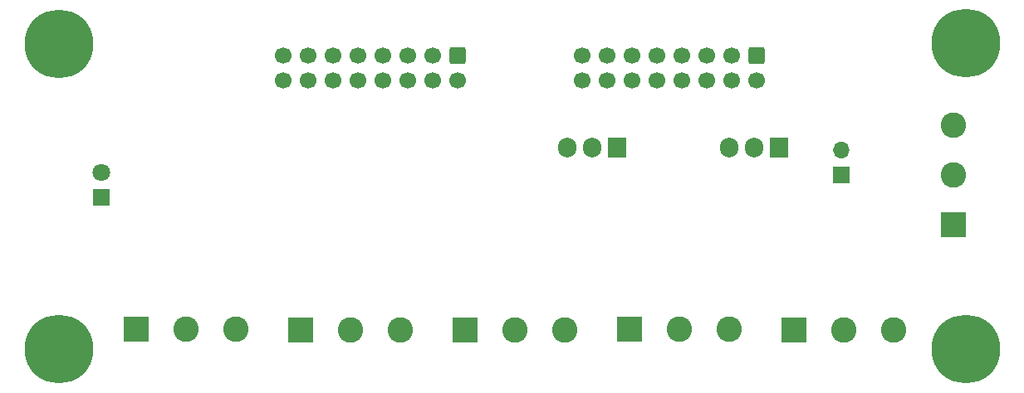
<source format=gbr>
%TF.GenerationSoftware,KiCad,Pcbnew,(6.0.0-0)*%
%TF.CreationDate,2022-12-13T21:11:07-05:00*%
%TF.ProjectId,power-module,706f7765-722d-46d6-9f64-756c652e6b69,rev?*%
%TF.SameCoordinates,Original*%
%TF.FileFunction,Soldermask,Bot*%
%TF.FilePolarity,Negative*%
%FSLAX46Y46*%
G04 Gerber Fmt 4.6, Leading zero omitted, Abs format (unit mm)*
G04 Created by KiCad (PCBNEW (6.0.0-0)) date 2022-12-13 21:11:07*
%MOMM*%
%LPD*%
G01*
G04 APERTURE LIST*
G04 Aperture macros list*
%AMRoundRect*
0 Rectangle with rounded corners*
0 $1 Rounding radius*
0 $2 $3 $4 $5 $6 $7 $8 $9 X,Y pos of 4 corners*
0 Add a 4 corners polygon primitive as box body*
4,1,4,$2,$3,$4,$5,$6,$7,$8,$9,$2,$3,0*
0 Add four circle primitives for the rounded corners*
1,1,$1+$1,$2,$3*
1,1,$1+$1,$4,$5*
1,1,$1+$1,$6,$7*
1,1,$1+$1,$8,$9*
0 Add four rect primitives between the rounded corners*
20,1,$1+$1,$2,$3,$4,$5,0*
20,1,$1+$1,$4,$5,$6,$7,0*
20,1,$1+$1,$6,$7,$8,$9,0*
20,1,$1+$1,$8,$9,$2,$3,0*%
G04 Aperture macros list end*
%ADD10C,1.700000*%
%ADD11RoundRect,0.250000X-0.600000X0.600000X-0.600000X-0.600000X0.600000X-0.600000X0.600000X0.600000X0*%
%ADD12C,0.800000*%
%ADD13C,7.000000*%
%ADD14R,2.600000X2.600000*%
%ADD15C,2.600000*%
%ADD16R,1.800000X1.800000*%
%ADD17C,1.800000*%
%ADD18O,1.905000X2.000000*%
%ADD19R,1.905000X2.000000*%
%ADD20R,1.700000X1.700000*%
%ADD21O,1.700000X1.700000*%
G04 APERTURE END LIST*
D10*
%TO.C,J8*%
X79756000Y-69596000D03*
X82296000Y-69596000D03*
X84836000Y-69596000D03*
X87376000Y-69596000D03*
X89916000Y-69596000D03*
X92456000Y-69596000D03*
X94996000Y-69596000D03*
X97536000Y-69596000D03*
X79756000Y-67056000D03*
X82296000Y-67056000D03*
X84836000Y-67056000D03*
X87376000Y-67056000D03*
X89916000Y-67056000D03*
X92456000Y-67056000D03*
X94996000Y-67056000D03*
D11*
X97536000Y-67056000D03*
%TD*%
D12*
%TO.C,REF\u002A\u002A*%
X149352000Y-63161000D03*
X149352000Y-68411000D03*
X146727000Y-65786000D03*
X147495845Y-67642155D03*
X147495845Y-63929845D03*
X151977000Y-65786000D03*
X151208155Y-67642155D03*
X151208155Y-63929845D03*
D13*
X149352000Y-65786000D03*
%TD*%
%TO.C,REF\u002A\u002A*%
X149352000Y-97028000D03*
D12*
X151208155Y-95171845D03*
X151208155Y-98884155D03*
X151977000Y-97028000D03*
X147495845Y-95171845D03*
X147495845Y-98884155D03*
X146727000Y-97028000D03*
X149352000Y-99653000D03*
X149352000Y-94403000D03*
%TD*%
D13*
%TO.C,REF\u002A\u002A*%
X56896000Y-97028000D03*
D12*
X58752155Y-95171845D03*
X58752155Y-98884155D03*
X59521000Y-97028000D03*
X55039845Y-95171845D03*
X55039845Y-98884155D03*
X54271000Y-97028000D03*
X56896000Y-99653000D03*
X56896000Y-94403000D03*
%TD*%
%TO.C,REF\u002A\u002A*%
X58752155Y-64008000D03*
X56896000Y-63239155D03*
X55039845Y-64008000D03*
X54271000Y-65864155D03*
X55039845Y-67720310D03*
X56896000Y-68489155D03*
X58752155Y-67720310D03*
X59521000Y-65864155D03*
D13*
X56896000Y-65864155D03*
%TD*%
D14*
%TO.C,J7*%
X64775000Y-94996000D03*
D15*
X69855000Y-94996000D03*
X74935000Y-94996000D03*
%TD*%
D16*
%TO.C,D2*%
X61214000Y-81539000D03*
D17*
X61214000Y-78999000D03*
%TD*%
D14*
%TO.C,J6*%
X81534000Y-95047000D03*
D15*
X86614000Y-95047000D03*
X91694000Y-95047000D03*
%TD*%
D14*
%TO.C,J5*%
X98298000Y-95047000D03*
D15*
X103378000Y-95047000D03*
X108458000Y-95047000D03*
%TD*%
D14*
%TO.C,J4*%
X131831000Y-95047000D03*
D15*
X136911000Y-95047000D03*
X141991000Y-95047000D03*
%TD*%
D14*
%TO.C,J3*%
X115067000Y-94996000D03*
D15*
X120147000Y-94996000D03*
X125227000Y-94996000D03*
%TD*%
D14*
%TO.C,J1*%
X148133000Y-84333000D03*
D15*
X148133000Y-79253000D03*
X148133000Y-74173000D03*
%TD*%
D18*
%TO.C,U2*%
X125222000Y-76454000D03*
X127762000Y-76454000D03*
D19*
X130302000Y-76454000D03*
%TD*%
D18*
%TO.C,U1*%
X108712000Y-76454000D03*
X111252000Y-76454000D03*
D19*
X113792000Y-76454000D03*
%TD*%
D20*
%TO.C,SW1*%
X136652000Y-79253000D03*
D21*
X136652000Y-76713000D03*
%TD*%
D10*
%TO.C,J2*%
X110236000Y-69596000D03*
X112776000Y-69596000D03*
X115316000Y-69596000D03*
X117856000Y-69596000D03*
X120396000Y-69596000D03*
X122936000Y-69596000D03*
X125476000Y-69596000D03*
X128016000Y-69596000D03*
X110236000Y-67056000D03*
X112776000Y-67056000D03*
X115316000Y-67056000D03*
X117856000Y-67056000D03*
X120396000Y-67056000D03*
X122936000Y-67056000D03*
X125476000Y-67056000D03*
D11*
X128016000Y-67056000D03*
%TD*%
M02*

</source>
